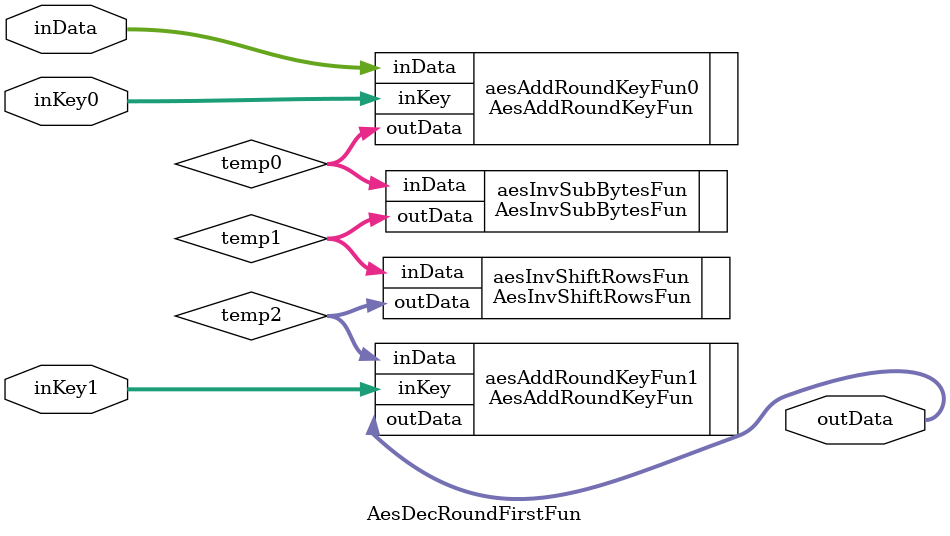
<source format=v>
module AesDecRoundFirstFun (
	input	wire	[127:0]	inData,	
    input	wire	[127:0]	inKey0,	
	input	wire	[127:0]	inKey1,	
	output	wire	[127:0]	outData 
);    
	
wire [127:0] temp0;
wire [127:0] temp1;
wire [127:0] temp2;
	
AesAddRoundKeyFun 	aesAddRoundKeyFun0 	(.inData(inData), .inKey(inKey0), .outData(temp0));
AesInvSubBytesFun 	aesInvSubBytesFun 	(.inData(temp0), .outData(temp1));
AesInvShiftRowsFun 	aesInvShiftRowsFun	(.inData(temp1), .outData(temp2));
AesAddRoundKeyFun 	aesAddRoundKeyFun1 	(.inData(temp2), .inKey(inKey1), .outData(outData));

endmodule
</source>
